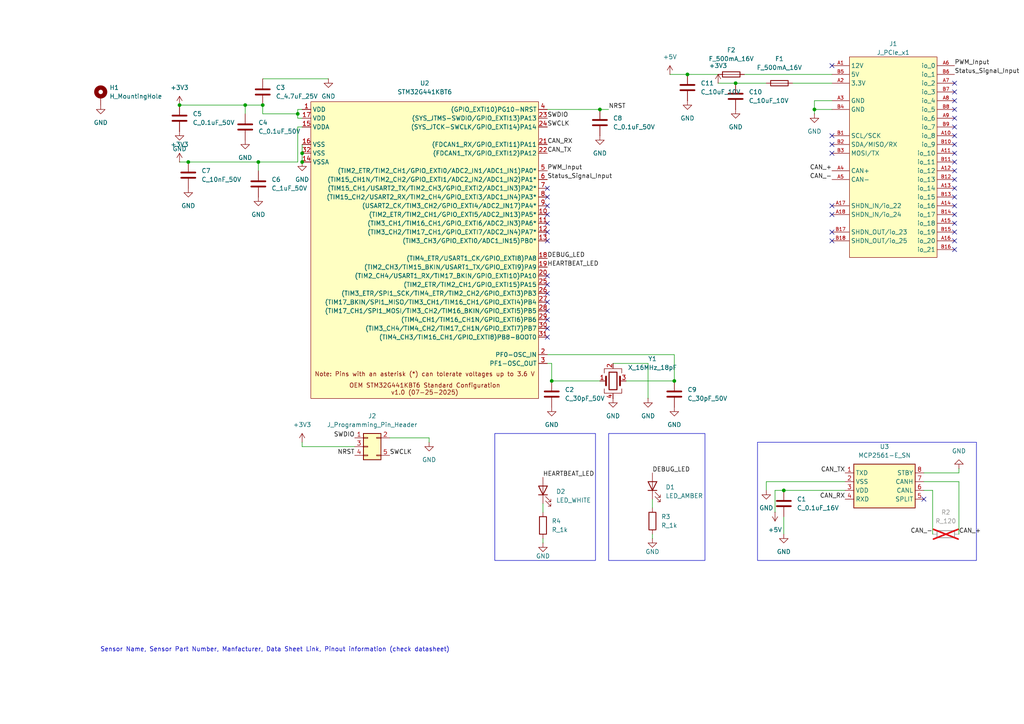
<source format=kicad_sch>
(kicad_sch (version 20250114) (generator "eeschema") (generator_version "9.0")
  (paper "A4")
  (title_block (title "Angle Sensor") (company "Olin Electric Motorsports"))
  (lib_symbols
    (symbol "OEM:C_0.1uF_16V_0603" (pin_numbers (hide yes)) (pin_names (offset 0.254))
      (property "Reference" "C" (at 0.635 2.54 0))
      (property "Value" "C_0.1uF_16V" (at 0.635 -2.54 0))
      (symbol "C_0.1uF_16V_0603_0_1"
        (polyline (pts (xy -2.032 0.762) (xy 2.032 0.762)) (stroke (width 0.508)))
        (polyline (pts (xy -2.032 -0.762) (xy 2.032 -0.762)) (stroke (width 0.508)))
      )
      (symbol "C_0.1uF_16V_0603_1_1"
        (pin passive line (at 0 3.81 270) (length 2.794) (name "~") (number "1"))
        (pin passive line (at 0 -3.81 90) (length 2.794) (name "~") (number "2"))
      )
    )
    (symbol "OEM:C_0.1uF_50V_0603" (pin_numbers (hide yes)) (pin_names (offset 0.254))
      (property "Reference" "C" (at 0.635 2.54 0))
      (property "Value" "C_0.1uF_50V" (at 0.635 -2.54 0))
      (symbol "C_0.1uF_50V_0603_0_1"
        (polyline (pts (xy -2.032 0.762) (xy 2.032 0.762)) (stroke (width 0.508)))
        (polyline (pts (xy -2.032 -0.762) (xy 2.032 -0.762)) (stroke (width 0.508)))
      )
      (symbol "C_0.1uF_50V_0603_1_1"
        (pin passive line (at 0 3.81 270) (length 2.794) (name "~") (number "1"))
        (pin passive line (at 0 -3.81 90) (length 2.794) (name "~") (number "2"))
      )
    )
    (symbol "OEM:C_10nF_50V_0603" (pin_numbers (hide yes)) (pin_names (offset 0.254))
      (property "Reference" "C" (at 0.635 2.54 0))
      (property "Value" "C_10nF_50V" (at 0.635 -2.54 0))
      (symbol "C_10nF_50V_0603_0_1"
        (polyline (pts (xy -2.032 0.762) (xy 2.032 0.762)) (stroke (width 0.508)))
        (polyline (pts (xy -2.032 -0.762) (xy 2.032 -0.762)) (stroke (width 0.508)))
      )
      (symbol "C_10nF_50V_0603_1_1"
        (pin passive line (at 0 3.81 270) (length 2.794) (name "~") (number "1"))
        (pin passive line (at 0 -3.81 90) (length 2.794) (name "~") (number "2"))
      )
    )
    (symbol "OEM:C_10uF_10V_0603" (pin_numbers (hide yes)) (pin_names (offset 0.254))
      (property "Reference" "C" (at 0.635 2.54 0))
      (property "Value" "C_10uF_10V" (at 0.635 -2.54 0))
      (symbol "C_10uF_10V_0603_0_1"
        (polyline (pts (xy -2.032 0.762) (xy 2.032 0.762)) (stroke (width 0.508)))
        (polyline (pts (xy -2.032 -0.762) (xy 2.032 -0.762)) (stroke (width 0.508)))
      )
      (symbol "C_10uF_10V_0603_1_1"
        (pin passive line (at 0 3.81 270) (length 2.794) (name "~") (number "1"))
        (pin passive line (at 0 -3.81 90) (length 2.794) (name "~") (number "2"))
      )
    )
    (symbol "OEM:C_1uF_50V_0603" (pin_numbers (hide yes)) (pin_names (offset 0.254))
      (property "Reference" "C" (at 0.635 2.54 0))
      (property "Value" "C_1uF_50V" (at 0.635 -2.54 0))
      (symbol "C_1uF_50V_0603_0_1"
        (polyline (pts (xy -2.032 0.762) (xy 2.032 0.762)) (stroke (width 0.508)))
        (polyline (pts (xy -2.032 -0.762) (xy 2.032 -0.762)) (stroke (width 0.508)))
      )
      (symbol "C_1uF_50V_0603_1_1"
        (pin passive line (at 0 3.81 270) (length 2.794) (name "~") (number "1"))
        (pin passive line (at 0 -3.81 90) (length 2.794) (name "~") (number "2"))
      )
    )
    (symbol "OEM:C_30pF_50V_0603" (pin_numbers (hide yes)) (pin_names (offset 0.254))
      (property "Reference" "C" (at 0.635 2.54 0))
      (property "Value" "C_30pF_50V" (at 0.635 -2.54 0))
      (symbol "C_30pF_50V_0603_0_1"
        (polyline (pts (xy -2.032 0.762) (xy 2.032 0.762)) (stroke (width 0.508)))
        (polyline (pts (xy -2.032 -0.762) (xy 2.032 -0.762)) (stroke (width 0.508)))
      )
      (symbol "C_30pF_50V_0603_1_1"
        (pin passive line (at 0 3.81 270) (length 2.794) (name "~") (number "1"))
        (pin passive line (at 0 -3.81 90) (length 2.794) (name "~") (number "2"))
      )
    )
    (symbol "OEM:C_4.7uF_25V_0603" (pin_numbers (hide yes)) (pin_names (offset 0.254))
      (property "Reference" "C" (at 0.635 2.54 0))
      (property "Value" "C_4.7uF_25V" (at 0.635 -2.54 0))
      (symbol "C_4.7uF_25V_0603_0_1"
        (polyline (pts (xy -2.032 0.762) (xy 2.032 0.762)) (stroke (width 0.508)))
        (polyline (pts (xy -2.032 -0.762) (xy 2.032 -0.762)) (stroke (width 0.508)))
      )
      (symbol "C_4.7uF_25V_0603_1_1"
        (pin passive line (at 0 3.81 270) (length 2.794) (name "~") (number "1"))
        (pin passive line (at 0 -3.81 90) (length 2.794) (name "~") (number "2"))
      )
    )
    (symbol "OEM:D_LED_White_0805" (pin_numbers (hide yes)) (pin_names (offset 1.016) (hide yes))
      (property "Reference" "D" (at 0 2.54 0))
      (property "Value" "LED" (at 0 -2.54 0))
      (symbol "D_LED_White_0805_0_1"
        (polyline (pts (xy -3.048 -0.762) (xy -4.572 -2.286) (xy -3.81 -2.286) (xy -4.572 -2.286) (xy -4.572 -1.524)))
        (polyline (pts (xy -1.778 -0.762) (xy -3.302 -2.286) (xy -2.54 -2.286) (xy -3.302 -2.286) (xy -3.302 -1.524)))
        (polyline (pts (xy -1.27 0) (xy 1.27 0)))
        (polyline (pts (xy -1.27 -1.27) (xy -1.27 1.27)) (stroke (width 0.254)))
        (polyline (pts (xy 1.27 -1.27) (xy 1.27 1.27) (xy -1.27 0) (xy 1.27 -1.27)) (stroke (width 0.254)))
      )
      (symbol "D_LED_White_0805_1_1"
        (pin passive line (at -3.81 0 0) (length 2.54) (name "K") (number "1"))
        (pin passive line (at 3.81 0 180) (length 2.54) (name "A") (number "2"))
      )
    )
    (symbol "OEM:F_500mA_16V_1210" (pin_numbers (hide yes)) (pin_names (offset 0))
      (property "Reference" "F" (at 2.032 0 90))
      (property "Value" "F_500mA_16V" (at -1.905 0 90))
      (symbol "F_500mA_16V_1210_0_1"
        (rectangle (start -0.762 -2.54) (end 0.762 2.54) (stroke (width 0.254)))
        (polyline (pts (xy 0 2.54) (xy 0 -2.54)))
      )
      (symbol "F_500mA_16V_1210_1_1"
        (pin passive line (at 0 3.81 270) (length 1.27) (name "~") (number "1"))
        (pin passive line (at 0 -3.81 90) (length 1.27) (name "~") (number "2"))
      )
    )
    (symbol "OEM:H_MountingHole" (pin_numbers (hide yes)) (pin_names (offset 1.016) (hide yes)) (in_bom no)
      (property "Reference" "H" (at 0 6.35 0))
      (property "Value" "H_MountingHole" (at 0 4.445 0))
      (symbol "H_MountingHole_0_1"
        (circle (center 0 1.27) (radius 1.27) (stroke (width 1.27)))
      )
      (symbol "H_MountingHole_1_1"
        (pin input line (at 0 -2.54 90) (length 2.54) (name "1") (number "1"))
      )
    )
    (symbol "OEM:J_PCIe_x1"
      (property "Reference" "J" (at 0 30.48 0))
      (property "Value" "J_PCIe_x1" (at 0 27.94 0))
      (symbol "J_PCIe_x1_0_1"
        (circle (center 44.45 -12.954) (radius 0.0001))
      )
      (symbol "J_PCIe_x1_1_1"
        (rectangle (start -12.7 26.67) (end 12.7 -31.496) (fill (type background)))
        (pin bidirectional line (at -17.78 24.13 0) (length 5) (name "12V") (number "A1"))
        (pin bidirectional line (at -17.78 21.59 0) (length 5) (name "5V") (number "B5"))
        (pin bidirectional line (at -17.78 19.05 0) (length 5) (name "3.3V") (number "A2"))
        (pin bidirectional line (at -17.78 13.97 0) (length 5) (name "GND") (number "A3"))
        (pin bidirectional line (at -17.78 11.43 0) (length 5) (name "GND") (number "B4"))
        (pin bidirectional line (at -17.78 3.81 0) (length 5) (name "SCL/SCK") (number "B1"))
        (pin bidirectional line (at -17.78 1.27 0) (length 5) (name "SDA/MISO/RX") (number "B2"))
        (pin bidirectional line (at -17.78 -1.27 0) (length 5) (name "MOSI/TX") (number "B3"))
        (pin bidirectional line (at -17.78 -6.35 0) (length 5) (name "CAN+") (number "A4"))
        (pin bidirectional line (at -17.78 -8.89 0) (length 5) (name "CAN-") (number "A5"))
        (pin bidirectional line (at -17.78 -16.51 0) (length 5) (name "SHDN_IN/io_22") (number "A17"))
        (pin bidirectional line (at -17.78 -19.05 0) (length 5) (name "SHDN_IN/io_24") (number "A18"))
        (pin bidirectional line (at -17.78 -24.13 0) (length 5) (name "SHDN_OUT/io_23") (number "B17"))
        (pin bidirectional line (at -17.78 -26.67 0) (length 5) (name "SHDN_OUT/io_25") (number "B18"))
        (pin bidirectional line (at 17.78 24.13 180) (length 5) (name "io_0") (number "A6"))
        (pin bidirectional line (at 17.78 21.59 180) (length 5) (name "io_1") (number "B6"))
        (pin bidirectional line (at 17.78 19.05 180) (length 5) (name "io_2") (number "A7"))
        (pin bidirectional line (at 17.78 16.51 180) (length 5) (name "io_3") (number "B7"))
        (pin bidirectional line (at 17.78 13.97 180) (length 5) (name "io_4") (number "A8"))
        (pin bidirectional line (at 17.78 11.43 180) (length 5) (name "io_5") (number "B8"))
        (pin bidirectional line (at 17.78 8.89 180) (length 5) (name "io_6") (number "A9"))
        (pin bidirectional line (at 17.78 6.35 180) (length 5) (name "io_7") (number "B9"))
        (pin bidirectional line (at 17.78 3.81 180) (length 5) (name "io_8") (number "A10"))
        (pin bidirectional line (at 17.78 1.27 180) (length 5) (name "io_9") (number "B10"))
        (pin bidirectional line (at 17.78 -1.27 180) (length 5) (name "io_10") (number "A11"))
        (pin bidirectional line (at 17.78 -3.81 180) (length 5) (name "io_11") (number "B11"))
        (pin bidirectional line (at 17.78 -6.35 180) (length 5) (name "io_12") (number "A12"))
        (pin bidirectional line (at 17.78 -8.89 180) (length 5) (name "io_13") (number "B12"))
        (pin bidirectional line (at 17.78 -11.43 180) (length 5) (name "io_14") (number "A13"))
        (pin bidirectional line (at 17.78 -13.97 180) (length 5) (name "io_15") (number "B13"))
        (pin bidirectional line (at 17.78 -16.51 180) (length 5) (name "io_16") (number "A14"))
        (pin bidirectional line (at 17.78 -19.05 180) (length 5) (name "io_17") (number "B14"))
        (pin bidirectional line (at 17.78 -21.59 180) (length 5) (name "io_18") (number "A15"))
        (pin bidirectional line (at 17.78 -24.13 180) (length 5) (name "io_19") (number "B15"))
        (pin bidirectional line (at 17.78 -26.67 180) (length 5) (name "io_20") (number "A16"))
        (pin bidirectional line (at 17.78 -29.21 180) (length 5) (name "io_21") (number "B16"))
      )
    )
    (symbol "OEM:J_Programming_Pin_Header" (pin_names (offset 1.016) (hide yes))
      (property "Reference" "J" (at 1.27 5.08 0))
      (property "Value" "J_Programming_Pin_Header" (at 1.27 -5.08 0))
      (symbol "J_Programming_Pin_Header_1_1"
        (rectangle (start -1.27 3.81) (end 3.81 -3.81) (stroke (width 0.254)) (fill (type background)))
        (rectangle (start -1.27 2.667) (end 0 2.413) (stroke (width 0.1524)))
        (rectangle (start -1.27 0.127) (end 0 -0.127) (stroke (width 0.1524)))
        (rectangle (start -1.27 -2.413) (end 0 -2.667) (stroke (width 0.1524)))
        (rectangle (start 3.81 2.667) (end 2.54 2.413) (stroke (width 0.1524)))
        (rectangle (start 3.81 -2.413) (end 2.54 -2.667) (stroke (width 0.1524)))
        (pin passive line (at -3.81 2.54 0) (length 2.54) (name "Pin_1") (number "1"))
        (pin passive line (at -3.81 0 0) (length 2.54) (name "Pin_3") (number "3"))
        (pin passive line (at -3.81 -2.54 0) (length 2.54) (name "Pin_4") (number "4"))
        (pin passive line (at 6.35 2.54 180) (length 2.54) (name "Pin_2") (number "2"))
        (pin passive line (at 6.35 -2.54 180) (length 2.54) (name "Pin_5") (number "5"))
      )
    )
    (symbol "OEM:R_120_0.1W_0603" (pin_numbers (hide yes)) (pin_names (offset 0))
      (property "Reference" "R" (at 2.032 0 90))
      (property "Value" "R_120" (at 0 0 90))
      (symbol "R_120_0.1W_0603_0_1"
        (rectangle (start -1.016 -2.54) (end 1.016 2.54) (stroke (width 0.254)))
      )
      (symbol "R_120_0.1W_0603_1_1"
        (pin passive line (at 0 3.81 270) (length 1.27) (name "~") (number "1"))
        (pin passive line (at 0 -3.81 90) (length 1.27) (name "~") (number "2"))
      )
    )
    (symbol "OEM:R_1k_0.1W_0603" (pin_numbers (hide yes)) (pin_names (offset 0))
      (property "Reference" "R" (at 2.032 0 90))
      (property "Value" "R_1k" (at 0 0 90))
      (symbol "R_1k_0.1W_0603_0_1"
        (rectangle (start -1.016 -2.54) (end 1.016 2.54) (stroke (width 0.254)))
      )
      (symbol "R_1k_0.1W_0603_1_1"
        (pin passive line (at 0 3.81 270) (length 1.27) (name "~") (number "1"))
        (pin passive line (at 0 -3.81 90) (length 1.27) (name "~") (number "2"))
      )
    )
    (symbol "OEM:U_MCU_STM32G441KBT6_32-LQFP"
      (property "Reference" "U" (at 0 47.244 0))
      (property "Value" "STM32G441KBT6" (at 0 44.704 0))
      (symbol "U_MCU_STM32G441KBT6_32-LQFP_1_1"
        (rectangle (start -33.02 42.8625) (end 33.02 -43.1799) (fill (type color) (color 255 255 194 1)))
        (text "Note: Pins with an asterisk (*) can tolerate voltages up to 3.6 V\n" (at 0 -36.068 0) (effects (font (size 1.27 1.27))))
        (text "OEM STM32G441KBT6 Standard Configuration\nv1.0 (07-25-2025)" (at 0 -40.386 0) (effects (font (size 1.27 1.27))))
        (pin power_in line (at -35.56 40.64 0) (length 2.54) (name "VDD") (number "1"))
        (pin power_in line (at -35.56 38.1 0) (length 2.54) (name "VDD") (number "17"))
        (pin power_in line (at -35.56 35.56 0) (length 2.54) (name "VDDA") (number "15"))
        (pin power_in line (at -35.56 30.48 0) (length 2.54) (name "VSS") (number "16"))
        (pin power_in line (at -35.56 27.94 0) (length 2.54) (name "VSS") (number "32"))
        (pin power_in line (at -35.56 25.4 0) (length 2.54) (name "VSSA") (number "14"))
        (pin bidirectional line (at 35.56 40.64 180) (length 2.54) (name "(GPIO_EXTI10)PG10-NRST") (number "4"))
        (pin bidirectional line (at 35.56 38.1 180) (length 2.54) (name "(SYS_JTMS-SWDIO/GPIO_EXTI13)PA13") (number "23"))
        (pin bidirectional line (at 35.56 35.56 180) (length 2.54) (name "(SYS_JTCK-SWCLK/GPIO_EXTI14)PA14") (number "24"))
        (pin bidirectional line (at 35.56 30.48 180) (length 2.54) (name "(FDCAN1_RX/GPIO_EXTI11)PA11") (number "21"))
        (pin bidirectional line (at 35.56 27.94 180) (length 2.54) (name "(FDCAN1_TX/GPIO_EXTI12)PA12") (number "22"))
        (pin bidirectional line (at 35.56 22.86 180) (length 2.54) (name "(TIM2_ETR/TIM2_CH1/GPIO_EXTI0/ADC2_IN1/ADC1_IN1)PA0*") (number "5"))
        (pin bidirectional line (at 35.56 20.32 180) (length 2.54) (name "(TIM15_CH1N/TIM2_CH2/GPIO_EXTI1/ADC2_IN2/ADC1_IN2)PA1*") (number "6"))
        (pin bidirectional line (at 35.56 17.78 180) (length 2.54) (name "(TIM15_CH1/USART2_TX/TIM2_CH3/GPIO_EXTI2/ADC1_IN3)PA2*") (number "7"))
        (pin bidirectional line (at 35.56 15.24 180) (length 2.54) (name "(TIM15_CH2/USART2_RX/TIM2_CH4/GPIO_EXTI3/ADC1_IN4)PA3*") (number "8"))
        (pin bidirectional line (at 35.56 12.7 180) (length 2.54) (name "(USART2_CK/TIM3_CH2/GPIO_EXTI4/ADC2_IN17)PA4*") (number "9"))
        (pin bidirectional line (at 35.56 10.16 180) (length 2.54) (name "(TIM2_ETR/TIM2_CH1/GPIO_EXTI5/ADC2_IN13)PA5*") (number "10"))
        (pin bidirectional line (at 35.56 7.62 180) (length 2.54) (name "(TIM3_CH1/TIM16_CH1/GPIO_EXTI6/ADC2_IN3)PA6*") (number "11"))
        (pin bidirectional line (at 35.56 5.08 180) (length 2.54) (name "(TIM3_CH2/TIM17_CH1/GPIO_EXTI7/ADC2_IN4)PA7*") (number "12"))
        (pin bidirectional line (at 35.56 2.54 180) (length 2.54) (name "(TIM3_CH3/GPIO_EXTI0/ADC1_IN15)PB0*") (number "13"))
        (pin bidirectional line (at 35.56 -2.54 180) (length 2.54) (name "(TIM4_ETR/USART1_CK/GPIO_EXTI8)PA8") (number "18"))
        (pin bidirectional line (at 35.56 -5.08 180) (length 2.54) (name "(TIM2_CH3/TIM15_BKIN/USART1_TX/GPIO_EXTI9)PA9") (number "19"))
        (pin bidirectional line (at 35.56 -7.62 180) (length 2.54) (name "(TIM2_CH4/USART1_RX/TIM17_BKIN/GPIO_EXTI10)PA10") (number "20"))
        (pin bidirectional line (at 35.56 -10.16 180) (length 2.54) (name "(TIM2_ETR/TIM2_CH1/GPIO_EXTI15)PA15") (number "25"))
        (pin bidirectional line (at 35.56 -12.7 180) (length 2.54) (name "(TIM3_ETR/SPI1_SCK/TIM4_ETR/TIM2_CH2/GPIO_EXTI3)PB3") (number "26"))
        (pin bidirectional line (at 35.56 -15.24 180) (length 2.54) (name "(TIM17_BKIN/SPI1_MISO/TIM3_CH1/TIM16_CH1/GPIO_EXTI4)PB4") (number "27"))
        (pin bidirectional line (at 35.56 -17.78 180) (length 2.54) (name "(TIM17_CH1/SPI1_MOSI/TIM3_CH2/TIM16_BKIN/GPIO_EXTI5)PB5") (number "28"))
        (pin bidirectional line (at 35.56 -20.32 180) (length 2.54) (name "(TIM4_CH1/TIM16_CH1N/GPIO_EXTI6)PB6") (number "29"))
        (pin bidirectional line (at 35.56 -22.86 180) (length 2.54) (name "(TIM3_CH4/TIM4_CH2/TIM17_CH1N/GPIO_EXTI7)PB7") (number "30"))
        (pin bidirectional line (at 35.56 -25.4 180) (length 2.54) (name "(TIM4_CH3/TIM16_CH1/GPIO_EXTI8)PB8-BOOT0") (number "31"))
        (pin bidirectional line (at 35.56 -30.48 180) (length 2.54) (name "PF0-OSC_IN") (number "2"))
        (pin bidirectional line (at 35.56 -33.02 180) (length 2.54) (name "PF1-OSC_OUT") (number "3"))
      )
    )
    (symbol "OEM:X_16MHz_18pF_SMD" (pin_names (offset 1.016) (hide yes))
      (property "Reference" "Y" (at 3.175 5.08 0))
      (property "Value" "X_16MHz_18pF" (at 3.175 3.175 0))
      (symbol "X_16MHz_18pF_SMD_0_1"
        (polyline (pts (xy -2.54 2.286) (xy -2.54 3.556) (xy 2.54 3.556) (xy 2.54 2.286)))
        (polyline (pts (xy -2.54 0) (xy -2.032 0)))
        (polyline (pts (xy -2.54 -2.286) (xy -2.54 -3.556) (xy 2.54 -3.556) (xy 2.54 -2.286)))
        (polyline (pts (xy -2.032 -1.27) (xy -2.032 1.27)) (stroke (width 0.508)))
        (rectangle (start -1.143 2.54) (end 1.143 -2.54) (stroke (width 0.3048)))
        (polyline (pts (xy 0 3.556) (xy 0 3.81)))
        (polyline (pts (xy 0 -3.81) (xy 0 -3.556)))
        (polyline (pts (xy 2.032 0) (xy 2.54 0)))
        (polyline (pts (xy 2.032 -1.27) (xy 2.032 1.27)) (stroke (width 0.508)))
      )
      (symbol "X_16MHz_18pF_SMD_1_1"
        (pin passive line (at -3.81 0 0) (length 1.27) (name "1") (number "1"))
        (pin passive line (at 0 5.08 270) (length 1.27) (name "2") (number "2"))
        (pin passive line (at 0 -5.08 90) (length 1.27) (name "4") (number "4"))
        (pin passive line (at 3.81 0 180) (length 1.27) (name "3") (number "3"))
      )
    )
    (symbol "U_CAN-Transceiver_MCP2561-E_SN_SOIC-8_1"
      (property "Reference" "U" (at 10.16 11.43 0))
      (property "Value" "MCP2561-E_SN" (at 10.16 8.89 0))
      (symbol "U_CAN-Transceiver_MCP2561-E_SN_SOIC-8_1_1_1"
        (rectangle (start -8.89 6.35) (end 8.89 -6.35) (stroke (width 0.254)) (fill (type background)))
        (pin passive line (at -11.43 3.81 0) (length 2.54) (name "TXD") (number "1"))
        (pin passive line (at -11.43 1.27 0) (length 2.54) (name "VSS") (number "2"))
        (pin passive line (at -11.43 -1.27 0) (length 2.54) (name "VDD") (number "3"))
        (pin passive line (at -11.43 -3.81 0) (length 2.54) (name "RXD") (number "4"))
        (pin passive line (at 11.43 3.81 180) (length 2.54) (name "STBY") (number "8"))
        (pin passive line (at 11.43 1.27 180) (length 2.54) (name "CANH") (number "7"))
        (pin passive line (at 11.43 -1.27 180) (length 2.54) (name "CANL") (number "6"))
        (pin passive line (at 11.43 -3.81 180) (length 2.54) (name "SPLIT") (number "5"))
      )
    )
    (symbol "power:+3V3" (power) (pin_numbers (hide yes)) (pin_names (offset 0) (hide yes))
      (property "Value" "+3V3" (at 0 3.556 0))
      (symbol "+3V3_0_1"
        (polyline (pts (xy -0.762 1.27) (xy 0 2.54)))
        (polyline (pts (xy 0 2.54) (xy 0.762 1.27)))
        (polyline (pts (xy 0 0) (xy 0 2.54)))
      )
      (symbol "+3V3_1_1"
        (pin power_in line (at 0 0 90) (length 0) (name "~") (number "1"))
      )
    )
    (symbol "power:+5V" (power) (pin_numbers (hide yes)) (pin_names (offset 0) (hide yes))
      (property "Value" "+5V" (at 0 3.556 0))
      (symbol "+5V_0_1"
        (polyline (pts (xy -0.762 1.27) (xy 0 2.54)))
        (polyline (pts (xy 0 2.54) (xy 0.762 1.27)))
        (polyline (pts (xy 0 0) (xy 0 2.54)))
      )
      (symbol "+5V_1_1"
        (pin power_in line (at 0 0 90) (length 0) (name "~") (number "1"))
      )
    )
    (symbol "power:GND" (power) (pin_numbers (hide yes)) (pin_names (offset 0) (hide yes))
      (property "Value" "GND" (at 0 -3.81 0))
      (symbol "GND_0_1"
        (polyline (pts (xy 0 0) (xy 0 -1.27) (xy 1.27 -1.27) (xy 0 -2.54) (xy -1.27 -1.27) (xy 0 -1.27)))
      )
      (symbol "GND_1_1"
        (pin power_in line (at 0 0 270) (length 0) (name "~") (number "1"))
      )
    )
  )
  (rectangle (start 176.53 125.73) (end 204.47 162.56))
  (rectangle (start 219.71 128.27) (end 283.21 162.56))
  (rectangle (start 143.51 125.73) (end 172.72 162.56))
  (text "Sensor Name, Sensor Part Number, Manfacturer, Data Sheet Link, Pinout information (check datasheet)" (at 79.756 188.468 0) (effects (font (size 1.27 1.27))))
  (junction (at 54.61 46.99))
  (junction (at 227.33 142.24))
  (junction (at 199.39 21.59))
  (junction (at 236.22 31.75))
  (junction (at 87.63 44.45))
  (junction (at 52.07 30.48))
  (junction (at 213.36 24.13))
  (junction (at 76.2 30.48))
  (junction (at 160.02 110.49))
  (junction (at 195.58 110.49))
  (junction (at 71.12 30.48))
  (junction (at 74.93 46.99))
  (junction (at 87.63 46.99))
  (junction (at 173.99 31.75))
  (junction (at 86.36 33.02))
  (no_connect (at 241.3 59.69))
  (no_connect (at 276.86 52.07))
  (no_connect (at 276.86 26.67))
  (no_connect (at 158.75 69.85))
  (no_connect (at 241.3 44.45))
  (no_connect (at 276.86 54.61))
  (no_connect (at 158.75 85.09))
  (no_connect (at 241.3 41.91))
  (no_connect (at 276.86 59.69))
  (no_connect (at 241.3 69.85))
  (no_connect (at 267.97 144.78))
  (no_connect (at 276.86 31.75))
  (no_connect (at 241.3 19.05))
  (no_connect (at 276.86 36.83))
  (no_connect (at 158.75 67.31))
  (no_connect (at 158.75 62.23))
  (no_connect (at 276.86 57.15))
  (no_connect (at 158.75 97.79))
  (no_connect (at 158.75 54.61))
  (no_connect (at 276.86 34.29))
  (no_connect (at 241.3 62.23))
  (no_connect (at 158.75 57.15))
  (no_connect (at 241.3 67.31))
  (no_connect (at 241.3 39.37))
  (no_connect (at 158.75 90.17))
  (no_connect (at 276.86 49.53))
  (no_connect (at 276.86 72.39))
  (no_connect (at 276.86 39.37))
  (no_connect (at 276.86 62.23))
  (no_connect (at 276.86 29.21))
  (no_connect (at 276.86 64.77))
  (no_connect (at 158.75 59.69))
  (no_connect (at 158.75 80.01))
  (no_connect (at 158.75 82.55))
  (no_connect (at 158.75 92.71))
  (no_connect (at 158.75 95.25))
  (no_connect (at 276.86 44.45))
  (no_connect (at 276.86 46.99))
  (no_connect (at 276.86 69.85))
  (no_connect (at 158.75 64.77))
  (no_connect (at 276.86 67.31))
  (no_connect (at 276.86 24.13))
  (no_connect (at 276.86 41.91))
  (no_connect (at 158.75 87.63))
  (wire (pts (xy 157.48 156.21) (xy 157.48 157.48)))
  (wire (pts (xy 187.96 105.41) (xy 177.8 105.41)))
  (wire (pts (xy 86.36 46.99) (xy 74.93 46.99)))
  (wire (pts (xy 87.63 44.45) (xy 87.63 46.99)))
  (wire (pts (xy 86.36 36.83) (xy 86.36 46.99)))
  (wire (pts (xy 236.22 29.21) (xy 236.22 31.75)))
  (wire (pts (xy 76.2 33.02) (xy 86.36 33.02)))
  (wire (pts (xy 236.22 31.75) (xy 236.22 33.02)))
  (wire (pts (xy 229.87 24.13) (xy 241.3 24.13)))
  (wire (pts (xy 102.87 129.54) (xy 87.63 129.54)))
  (wire (pts (xy 227.33 149.86) (xy 227.33 154.94)))
  (wire (pts (xy 213.36 24.13) (xy 222.25 24.13)))
  (wire (pts (xy 160.02 105.41) (xy 160.02 110.49)))
  (wire (pts (xy 278.13 139.7) (xy 278.13 154.94)))
  (wire (pts (xy 52.07 46.99) (xy 54.61 46.99)))
  (wire (pts (xy 267.97 142.24) (xy 270.51 142.24)))
  (wire (pts (xy 189.23 154.94) (xy 189.23 156.21)))
  (wire (pts (xy 71.12 30.48) (xy 76.2 30.48)))
  (wire (pts (xy 160.02 110.49) (xy 173.99 110.49)))
  (wire (pts (xy 86.36 33.02) (xy 86.36 31.75)))
  (wire (pts (xy 222.25 142.24) (xy 222.25 139.7)))
  (wire (pts (xy 71.12 33.02) (xy 71.12 30.48)))
  (wire (pts (xy 236.22 31.75) (xy 241.3 31.75)))
  (wire (pts (xy 158.75 31.75) (xy 173.99 31.75)))
  (wire (pts (xy 113.03 127) (xy 124.46 127)))
  (wire (pts (xy 181.61 110.49) (xy 195.58 110.49)))
  (wire (pts (xy 158.75 105.41) (xy 160.02 105.41)))
  (wire (pts (xy 52.07 30.48) (xy 71.12 30.48)))
  (wire (pts (xy 278.13 137.16) (xy 278.13 135.89)))
  (wire (pts (xy 87.63 41.91) (xy 87.63 44.45)))
  (wire (pts (xy 195.58 102.87) (xy 195.58 110.49)))
  (wire (pts (xy 76.2 30.48) (xy 76.2 33.02)))
  (wire (pts (xy 270.51 154.94) (xy 270.51 142.24)))
  (wire (pts (xy 194.31 21.59) (xy 199.39 21.59)))
  (wire (pts (xy 124.46 127) (xy 124.46 128.27)))
  (wire (pts (xy 224.79 148.59) (xy 224.79 142.24)))
  (wire (pts (xy 267.97 137.16) (xy 278.13 137.16)))
  (wire (pts (xy 236.22 29.21) (xy 241.3 29.21)))
  (wire (pts (xy 158.75 102.87) (xy 195.58 102.87)))
  (wire (pts (xy 278.13 139.7) (xy 267.97 139.7)))
  (wire (pts (xy 189.23 144.78) (xy 189.23 147.32)))
  (wire (pts (xy 87.63 36.83) (xy 86.36 36.83)))
  (wire (pts (xy 86.36 34.29) (xy 87.63 34.29)))
  (wire (pts (xy 215.9 21.59) (xy 241.3 21.59)))
  (wire (pts (xy 86.36 33.02) (xy 86.36 34.29)))
  (wire (pts (xy 54.61 46.99) (xy 74.93 46.99)))
  (wire (pts (xy 187.96 115.57) (xy 187.96 105.41)))
  (wire (pts (xy 199.39 21.59) (xy 208.28 21.59)))
  (wire (pts (xy 173.99 31.75) (xy 176.53 31.75)))
  (wire (pts (xy 208.28 24.13) (xy 213.36 24.13)))
  (wire (pts (xy 157.48 146.05) (xy 157.48 148.59)))
  (wire (pts (xy 224.79 142.24) (xy 227.33 142.24)))
  (wire (pts (xy 87.63 129.54) (xy 87.63 128.27)))
  (wire (pts (xy 74.93 49.53) (xy 74.93 46.99)))
  (wire (pts (xy 95.25 22.86) (xy 76.2 22.86)))
  (wire (pts (xy 222.25 139.7) (xy 245.11 139.7)))
  (wire (pts (xy 86.36 31.75) (xy 87.63 31.75)))
  (wire (pts (xy 227.33 142.24) (xy 245.11 142.24)))
  (label "NRST" (at 176.53 31.75 0))
  (label "Status_Signal_Input" (at 158.75 52.07 0))
  (label "HEARTBEAT_LED" (at 158.75 77.47 0))
  (label "SWCLK" (at 113.03 132.08 0))
  (label "CAN_TX" (at 158.75 44.45 0))
  (label "CAN_-" (at 241.3 52.07 180))
  (label "SWCLK" (at 158.75 36.83 0))
  (label "SWDIO" (at 102.87 127 180))
  (label "SWDIO" (at 158.75 34.29 0))
  (label "PWM_Input" (at 276.86 19.05 0))
  (label "CAN_+" (at 241.3 49.53 180))
  (label "CAN_RX" (at 158.75 41.91 0))
  (label "DEBUG_LED" (at 189.23 137.16 0))
  (label "NRST" (at 102.87 132.08 180))
  (label "Status_Signal_Input" (at 276.86 21.59 0))
  (label "DEBUG_LED" (at 158.75 74.93 0))
  (label "HEARTBEAT_LED" (at 157.48 138.43 0))
  (label "CAN_TX" (at 245.11 137.16 180))
  (label "CAN_RX" (at 245.11 144.78 180))
  (label "CAN_-" (at 270.51 154.94 180))
  (label "CAN_+" (at 278.13 154.94 0))
  (label "PWM_Input" (at 158.75 49.53 0))
  (symbol (lib_id "power:GND") (at 227.33 154.94 0) (unit 1)
    (property "Reference" "#PWR?" (effects (hide yes)))
    (property "Value" "GND" (at 227.33 160.02 0))
    (property "Description" "Power symbol creates a global label with name \"GND\" , ground" (effects (hide yes)))
  )
  (symbol (lib_id "power:GND") (at 71.12 40.64 0) (unit 1)
    (property "Reference" "#PWR?" (effects (hide yes)))
    (property "Value" "GND" (at 71.12 45.72 0))
    (property "Description" "Power symbol creates a global label with name \"GND\" , ground" (effects (hide yes)))
  )
  (symbol (lib_id "OEM:C_10nF_50V_0603") (at 54.61 50.8 0) (unit 1)
    (property "Reference" "C7" (at 58.42 49.5299 0) (effects (justify left)))
    (property "Value" "C_10nF_50V" (at 58.42 52.0699 0) (effects (justify left)))
    (property "Footprint" "OEM:C_0603_1608Metric" (effects (hide yes)))
    (property "Datasheet" "https://mm.digikey.com/Volume0/opasdata/d220001/medias/docus/609/CL10B103KB8NNNC_Spec.pdf" (effects (hide yes)))
    (property "Description" "CAP CER 10000PF 50V X7R 0603" (effects (hide yes)))
    (property "MPN" "CL10B103KB8NNNC" (effects (hide yes)))
  )
  (symbol (lib_id "power:GND") (at 187.96 115.57 0) (unit 1)
    (property "Reference" "#PWR?" (effects (hide yes)))
    (property "Value" "GND" (at 187.96 120.65 0))
    (property "Description" "Power symbol creates a global label with name \"GND\" , ground" (effects (hide yes)))
  )
  (symbol (lib_id "power:GND") (at 124.46 128.27 0) (unit 1)
    (property "Reference" "#PWR?" (effects (hide yes)))
    (property "Value" "GND" (at 124.46 133.35 0))
    (property "Description" "Power symbol creates a global label with name \"GND\" , ground" (effects (hide yes)))
  )
  (symbol (lib_id "power:GND") (at 52.07 38.1 0) (unit 1)
    (property "Reference" "#PWR?" (effects (hide yes)))
    (property "Value" "GND" (at 52.07 43.18 0))
    (property "Description" "Power symbol creates a global label with name \"GND\" , ground" (effects (hide yes)))
  )
  (symbol (lib_id "power:GND") (at 95.25 22.86 0) (unit 1)
    (property "Reference" "#PWR?" (effects (hide yes)))
    (property "Value" "GND" (at 95.25 27.94 0))
    (property "Description" "Power symbol creates a global label with name \"GND\" , ground" (effects (hide yes)))
  )
  (symbol (lib_id "power:GND") (at 54.61 54.61 0) (unit 1)
    (property "Reference" "#PWR?" (effects (hide yes)))
    (property "Value" "GND" (at 54.61 59.69 0))
    (property "Description" "Power symbol creates a global label with name \"GND\" , ground" (effects (hide yes)))
  )
  (symbol (lib_id "OEM:R_1k_0.1W_0603") (at 189.23 151.13 0) (unit 1)
    (property "Reference" "R3" (at 191.77 149.8599 0) (effects (justify left)))
    (property "Value" "R_1k" (at 191.77 152.3999 0) (effects (justify left)))
    (property "Footprint" "OEM:R_0603_1608Metric" (effects (hide yes)))
    (property "Datasheet" "https://www.mouser.com/datasheet/3/1099/1/SEI-RMCF_RMCP.pdf (or https://industrial.panasonic.com/ww/products/pt/general-purpose-chip-resistors/models/ERJ3GEYJ102V)" (effects (hide yes)))
    (property "Description" "RES SMD 1K OHM 5% 1/10W 0603" (effects (hide yes)))
    (property "MPN" "RMCF0603FT1K00 (or ERJ-3GEYJ102V)" (effects (hide yes)))
  )
  (symbol (lib_id "OEM:C_0.1uF_50V_0603") (at 52.07 34.29 0) (unit 1)
    (property "Reference" "C5" (at 55.88 33.0199 0) (effects (justify left)))
    (property "Value" "C_0.1uF_50V" (at 55.88 35.5599 0) (effects (justify left)))
    (property "Footprint" "OEM:C_0603_1608Metric" (effects (hide yes)))
    (property "Datasheet" "https://mm.digikey.com/Volume0/opasdata/d220001/medias/docus/658/CL10B104KB8NNWC_Spec.pdf" (effects (hide yes)))
    (property "Description" "CAP CER 0.1UF 50V X7R 0603" (effects (hide yes)))
    (property "MPN" "CL10B104KB8NNWC" (effects (hide yes)))
  )
  (symbol (lib_id "OEM:U_MCU_STM32G441KBT6_32-LQFP") (at 123.19 72.39 0) (unit 1)
    (property "Reference" "U2" (at 123.19 24.13 0))
    (property "Value" "STM32G441KBT6" (at 123.19 26.67 0))
    (property "Footprint" "OEM:LQFP-32_7x7mm_P0.8mm" (effects (hide yes)))
    (property "Datasheet" "https://www.st.com/resource/en/datasheet/stm32g441kb.pdf" (effects (hide yes)))
    (property "Description" "OEM STM32G441KBT6 Standard Configuration - v1.0 (07-25-2025)" (effects (hide yes)))
  )
  (symbol (lib_id "OEM:C_0.1uF_16V_0603") (at 227.33 146.05 0) (unit 1)
    (property "Reference" "C1" (at 231.14 144.7799 0) (effects (justify left)))
    (property "Value" "C_0.1uF_16V" (at 231.14 147.3199 0) (effects (justify left)))
    (property "Footprint" "OEM:C_0603_1608Metric" (effects (hide yes)))
    (property "Datasheet" "https://www.mouser.com/datasheet/3/72/1/KEM_C1005_Y5V_SMD.pdf" (effects (hide yes)))
    (property "Description" "CAP CER 0.1UF 16V Y5V 0603" (effects (hide yes)))
    (property "MPN" "C0603C104Z4VACTU" (effects (hide yes)))
  )
  (symbol (lib_id "OEM:X_16MHz_18pF_SMD") (at 177.8 110.49 0) (unit 1)
    (property "Reference" "Y1" (at 189.23 104.0698 0))
    (property "Value" "X_16MHz_18pF" (at 189.23 106.6098 0))
    (property "Footprint" "OEM:FA238160000MBC0 (X_16MHz_18pF_SMD - FA-238_16.0000MB-C0)" (effects (hide yes)))
    (property "Datasheet" "https://www.mouser.com/datasheet/3/97/1/FA-238_en.pdf" (effects (hide yes)))
    (property "Description" "CRYSTAL 16.0000MHZ 18PF SMD" (effects (hide yes)))
    (property "MPN" "FA-238 16.0000MB-C0" (effects (hide yes)))
  )
  (symbol (lib_id "power:GND") (at 74.93 57.15 0) (unit 1)
    (property "Reference" "#PWR?" (effects (hide yes)))
    (property "Value" "GND" (at 74.93 62.23 0))
    (property "Description" "Power symbol creates a global label with name \"GND\" , ground" (effects (hide yes)))
  )
  (symbol (lib_id "power:GND") (at 157.48 157.48 0) (unit 1)
    (property "Reference" "#PWR?" (effects (hide yes)))
    (property "Value" "GND" (at 157.48 161.29 0))
  )
  (symbol (lib_id "power:GND") (at 177.8 115.57 0) (unit 1)
    (property "Reference" "#PWR?" (effects (hide yes)))
    (property "Value" "GND" (at 177.8 120.65 0))
    (property "Description" "Power symbol creates a global label with name \"GND\" , ground" (effects (hide yes)))
  )
  (symbol (lib_id "OEM:C_1uF_50V_0603") (at 74.93 53.34 0) (unit 1)
    (property "Reference" "C6" (at 78.74 52.0699 0) (effects (justify left)))
    (property "Value" "C_1uF_50V" (at 78.74 54.6099 0) (effects (justify left)))
    (property "Footprint" "OEM:C_0603_1608Metric" (effects (hide yes)))
    (property "Datasheet" "https://mm.digikey.com/Volume0/opasdata/d220001/medias/docus/4819/UMK107BJ105KA-T_SS.pdf" (effects (hide yes)))
    (property "Description" "CAP CER 1UF 50V X5R 0603" (effects (hide yes)))
    (property "MPN" "UMK107BJ105KA-T" (effects (hide yes)))
  )
  (symbol (lib_id "OEM:C_30pF_50V_0603") (at 160.02 114.3 0) (unit 1)
    (property "Reference" "C2" (at 163.83 113.0299 0) (effects (justify left)))
    (property "Value" "C_30pF_50V" (at 163.83 115.5699 0) (effects (justify left)))
    (property "Footprint" "OEM:C_0603_1608Metric" (effects (hide yes)))
    (property "Datasheet" "https://www.mouser.com/datasheet/3/1099/1/SEI-CML.PDF" (effects (hide yes)))
    (property "Description" "CAP CER 30PF 50V C0G/NP0 0603" (effects (hide yes)))
    (property "MPN" "CML0603C0G300JT50V" (effects (hide yes)))
  )
  (symbol (lib_id "OEM:R_120_0.1W_0603") (at 274.32 154.94 90) (unit 1) (dnp yes)
    (property "Reference" "R2" (at 274.32 148.59 90))
    (property "Value" "R_120" (at 274.32 151.13 90))
    (property "Footprint" "OEM:R_0603_1608Metric" (effects (hide yes)))
    (property "Datasheet" "https://www.mouser.com/datasheet/3/508/1/PYu-RC_Group_51_RoHS_L_12.pdf" (effects (hide yes)))
    (property "Description" "RES 120 OHM 1% 1/10W 0603" (effects (hide yes)))
    (property "MPN" "RC0603FR-13120RL" (effects (hide yes)))
  )
  (symbol (lib_id "power:GND") (at 199.39 29.21 0) (unit 1)
    (property "Reference" "#PWR?" (effects (hide yes)))
    (property "Value" "GND" (at 199.39 34.29 0))
    (property "Description" "Power symbol creates a global label with name \"GND\" , ground" (effects (hide yes)))
  )
  (symbol (lib_id "OEM:C_0.1uF_50V_0603") (at 173.99 35.56 0) (unit 1)
    (property "Reference" "C8" (at 177.8 34.2899 0) (effects (justify left)))
    (property "Value" "C_0.1uF_50V" (at 177.8 36.8299 0) (effects (justify left)))
    (property "Footprint" "OEM:C_0603_1608Metric" (effects (hide yes)))
    (property "Datasheet" "https://mm.digikey.com/Volume0/opasdata/d220001/medias/docus/658/CL10B104KB8NNWC_Spec.pdf" (effects (hide yes)))
    (property "Description" "CAP CER 0.1UF 50V X7R 0603" (effects (hide yes)))
    (property "MPN" "CL10B104KB8NNWC" (effects (hide yes)))
  )
  (symbol (lib_id "OEM:H_MountingHole") (at 29.21 27.94 0) (unit 1) (in_bom no)
    (property "Reference" "H1" (at 31.75 25.3999 0) (effects (justify left)))
    (property "Value" "H_MountingHole" (at 31.75 27.9399 0) (effects (justify left)))
    (property "Footprint" "OEM:H_MountingHole" (effects (hide yes)))
    (property "Description" "Mounting Hole with connection" (effects (hide yes)))
  )
  (symbol (lib_id "OEM:F_500mA_16V_1210") (at 226.06 24.13 90) (unit 1)
    (property "Reference" "F1" (at 226.06 17.78 90) (effects (justify top)))
    (property "Value" "F_500mA_16V" (at 226.06 20.32 90) (effects (justify top)))
    (property "Footprint" "OEM:Fuse_1210_3225Metric" (effects (hide yes)))
    (property "Datasheet" "https://www.mouser.com/datasheet/3/191/1/ds-cp-0zch-series.pdf" (effects (hide yes)))
    (property "Description" "PTC RESET FUSE 16V 500MA 1210" (effects (hide yes)))
    (property "MPN" "0ZCH0050FF2G" (effects (hide yes)))
  )
  (symbol (lib_id "power:GND") (at 87.63 46.99 0) (unit 1)
    (property "Reference" "#PWR?" (effects (hide yes)))
    (property "Value" "GND" (at 87.63 52.07 0))
    (property "Description" "Power symbol creates a global label with name \"GND\" , ground" (effects (hide yes)))
  )
  (symbol (lib_id "OEM:C_0.1uF_50V_0603") (at 71.12 36.83 0) (unit 1)
    (property "Reference" "C4" (at 74.93 35.5599 0) (effects (justify left)))
    (property "Value" "C_0.1uF_50V" (at 74.93 38.0999 0) (effects (justify left)))
    (property "Footprint" "OEM:C_0603_1608Metric" (effects (hide yes)))
    (property "Datasheet" "https://mm.digikey.com/Volume0/opasdata/d220001/medias/docus/658/CL10B104KB8NNWC_Spec.pdf" (effects (hide yes)))
    (property "Description" "CAP CER 0.1UF 50V X7R 0603" (effects (hide yes)))
    (property "MPN" "CL10B104KB8NNWC" (effects (hide yes)))
  )
  (symbol (lib_id "OEM:C_10uF_10V_0603") (at 213.36 27.94 0) (unit 1)
    (property "Reference" "C10" (at 217.17 26.6699 0) (effects (justify left)))
    (property "Value" "C_10uF_10V" (at 217.17 29.2099 0) (effects (justify left)))
    (property "Footprint" "OEM:C_0603_1608Metric" (effects (hide yes)))
    (property "Datasheet" "https://search.murata.co.jp/Ceramy/image/img/A01X/G101/ENG/GRM188D71A106KA73-01.pdf" (effects (hide yes)))
    (property "Description" "CAP CER 10UF 10V X7T 0603" (effects (hide yes)))
    (property "MPN" "GRM188D71A106KA73D" (effects (hide yes)))
  )
  (symbol (lib_id "power:+3V3") (at 52.07 46.99 0) (unit 1)
    (property "Reference" "#PWR?" (effects (hide yes)))
    (property "Value" "+3V3" (at 52.07 41.91 0))
    (property "Description" "Power symbol creates a global label with name \"+3V3\"" (effects (hide yes)))
  )
  (symbol (lib_id "OEM:D_LED_White_0805") (at 157.48 142.24 90) (unit 1)
    (property "Reference" "D2" (at 161.29 142.5574 90) (effects (justify right)))
    (property "Value" "LED_WHITE" (at 161.29 145.0974 90) (effects (justify right)))
    (property "Footprint" "OEM:D_0805_2012Metric" (effects (hide yes)))
    (property "Datasheet" "https://www.qt-brightek.com/datasheet/QBLP631_series.pdf" (effects (hide yes)))
    (property "Description" "LED WHITE DIFFUSED 0805 SMD" (effects (hide yes)))
    (property "Sim.Pins" "1=K 2=A" (effects (hide yes)))
    (property "MPN" "QBLP631-IW" (effects (hide yes)))
  )
  (symbol (lib_id "power:+5V") (at 224.79 148.59 180) (unit 1)
    (property "Reference" "#PWR?" (effects (hide yes)))
    (property "Value" "+5V" (at 224.79 153.67 0))
    (property "Description" "Power symbol creates a global label with name \"+5V\"" (effects (hide yes)))
  )
  (symbol (lib_id "OEM:C_30pF_50V_0603") (at 195.58 114.3 0) (unit 1)
    (property "Reference" "C9" (at 199.39 113.0299 0) (effects (justify left)))
    (property "Value" "C_30pF_50V" (at 199.39 115.5699 0) (effects (justify left)))
    (property "Footprint" "OEM:C_0603_1608Metric" (effects (hide yes)))
    (property "Datasheet" "https://www.mouser.com/datasheet/3/1099/1/SEI-CML.PDF" (effects (hide yes)))
    (property "Description" "CAP CER 30PF 50V C0G/NP0 0603" (effects (hide yes)))
    (property "MPN" "CML0603C0G300JT50V" (effects (hide yes)))
  )
  (symbol (lib_id "power:+5V") (at 194.31 21.59 0) (unit 1)
    (property "Reference" "#PWR?" (effects (hide yes)))
    (property "Value" "+5V" (at 194.31 16.51 0))
    (property "Description" "Power symbol creates a global label with name \"+5V\"" (effects (hide yes)))
  )
  (symbol (lib_id "OEM:J_Programming_Pin_Header") (at 106.68 129.54 0) (unit 1)
    (property "Reference" "J2" (at 107.95 120.65 0))
    (property "Value" "J_Programming_Pin_Header" (at 107.95 123.19 0))
    (property "Footprint" "OEM:J_Programming_Pin_Header_Keyed" (effects (hide yes)))
    (property "Description" "Programming Pin Header for the STM32G441KBT6 and STM32G474RExx Chips (OEM Standard Configuration v1.0)" (effects (hide yes)))
  )
  (symbol (lib_id "power:GND") (at 189.23 156.21 0) (unit 1)
    (property "Reference" "#PWR?" (effects (hide yes)))
    (property "Value" "GND" (at 189.23 160.02 0))
  )
  (symbol (lib_id "power:GND") (at 278.13 135.89 180) (unit 1)
    (property "Reference" "#PWR?" (effects (hide yes)))
    (property "Value" "GND" (at 278.13 130.81 0))
    (property "Description" "Power symbol creates a global label with name \"GND\" , ground" (effects (hide yes)))
  )
  (symbol (lib_id "OEM:R_1k_0.1W_0603") (at 157.48 152.4 0) (unit 1)
    (property "Reference" "R4" (at 160.02 151.1299 0) (effects (justify left)))
    (property "Value" "R_1k" (at 160.02 153.6699 0) (effects (justify left)))
    (property "Footprint" "OEM:R_0603_1608Metric" (effects (hide yes)))
    (property "Datasheet" "https://www.mouser.com/datasheet/3/1099/1/SEI-RMCF_RMCP.pdf (or https://industrial.panasonic.com/ww/products/pt/general-purpose-chip-resistors/models/ERJ3GEYJ102V)" (effects (hide yes)))
    (property "Description" "RES SMD 1K OHM 5% 1/10W 0603" (effects (hide yes)))
    (property "MPN" "RMCF0603FT1K00 (or ERJ-3GEYJ102V)" (effects (hide yes)))
  )
  (symbol (lib_id "OEM:C_4.7uF_25V_0603") (at 76.2 26.67 180) (unit 1)
    (property "Reference" "C3" (at 80.01 25.3999 0) (effects (justify right)))
    (property "Value" "C_4.7uF_25V" (at 80.01 27.9399 0) (effects (justify right)))
    (property "Footprint" "OEM:C_0603_1608Metric" (effects (hide yes)))
    (property "Datasheet" "https://www.mouser.com/catalog/specsheets/mure-s-a0004413631-1.pdf" (effects (hide yes)))
    (property "Description" "CAP CER 4.7UF 25V X5R 0603" (effects (hide yes)))
    (property "MPN" "GRT188R61E475ME13D" (effects (hide yes)))
  )
  (symbol (lib_id "power:GND") (at 195.58 118.11 0) (unit 1)
    (property "Reference" "#PWR?" (effects (hide yes)))
    (property "Value" "GND" (at 195.58 123.19 0))
    (property "Description" "Power symbol creates a global label with name \"GND\" , ground" (effects (hide yes)))
  )
  (symbol (lib_id "OEM:C_10uF_10V_0603") (at 199.39 25.4 0) (unit 1)
    (property "Reference" "C11" (at 203.2 24.1299 0) (effects (justify left)))
    (property "Value" "C_10uF_10V" (at 203.2 26.6699 0) (effects (justify left)))
    (property "Footprint" "OEM:C_0603_1608Metric" (effects (hide yes)))
    (property "Datasheet" "https://search.murata.co.jp/Ceramy/image/img/A01X/G101/ENG/GRM188D71A106KA73-01.pdf" (effects (hide yes)))
    (property "Description" "CAP CER 10UF 10V X7T 0603" (effects (hide yes)))
    (property "MPN" "GRM188D71A106KA73D" (effects (hide yes)))
  )
  (symbol (lib_id "power:+3V3") (at 52.07 30.48 0) (unit 1)
    (property "Reference" "#PWR?" (effects (hide yes)))
    (property "Value" "+3V3" (at 52.07 25.4 0))
    (property "Description" "Power symbol creates a global label with name \"+3V3\"" (effects (hide yes)))
  )
  (symbol (lib_name "U_CAN-Transceiver_MCP2561-E_SN_SOIC-8_1") (lib_id "OEM:U_CAN-Transceiver_MCP2561-E_SN_SOIC-8") (at 256.54 140.97 0) (unit 1)
    (property "Reference" "U3" (at 256.54 129.54 0))
    (property "Value" "MCP2561-E_SN" (at 256.54 132.08 0))
    (property "Footprint" "OEM:SOIC-8_3.9x4.9mm_P1.27mm" (effects (hide yes)))
    (property "Datasheet" "https://www.mouser.com/datasheet/3/282/1/20005167C.pdf" (effects (hide yes)))
    (property "Description" "IC TRANSCEIVER HALF 1/1 8SOIC" (effects (hide yes)))
    (property "MPN" "MCP2561-E/SN" (effects (hide yes)))
  )
  (symbol (lib_id "power:GND") (at 213.36 31.75 0) (unit 1)
    (property "Reference" "#PWR?" (effects (hide yes)))
    (property "Value" "GND" (at 213.36 36.83 0))
    (property "Description" "Power symbol creates a global label with name \"GND\" , ground" (effects (hide yes)))
  )
  (symbol (lib_id "OEM:J_PCIe_x1") (at 259.08 43.18 0) (unit 1)
    (property "Reference" "J1" (at 259.08 12.7 0))
    (property "Value" "J_PCIe_x1" (at 259.08 15.24 0))
    (property "Footprint" "OEM:J_PCIe_x1_Key" (effects (hide yes)))
    (property "Datasheet" "https://www.te.com/commerce/DocumentDelivery/DDEController?Action=showdoc&DocId=Data+Sheet%7F4-1773442-7%7F0308%7Fpdf%7FEnglish%7FENG_DS_4-1773442-7_0308.pdf%7F2-1761465-1" (effects (hide yes)))
    (property "Description" "Interface used to connect daugterboards to motherboards" (effects (hide yes)))
    (property "MPN" "2-1761465-1" (effects (hide yes)))
  )
  (symbol (lib_id "power:GND") (at 160.02 118.11 0) (unit 1)
    (property "Reference" "#PWR?" (effects (hide yes)))
    (property "Value" "GND" (at 160.02 123.19 0))
    (property "Description" "Power symbol creates a global label with name \"GND\" , ground" (effects (hide yes)))
  )
  (symbol (lib_id "power:+3V3") (at 208.28 24.13 0) (unit 1)
    (property "Reference" "#PWR?" (effects (hide yes)))
    (property "Value" "+3V3" (at 208.28 19.05 0))
    (property "Description" "Power symbol creates a global label with name \"+3V3\"" (effects (hide yes)))
  )
  (symbol (lib_id "OEM:F_500mA_16V_1210") (at 212.09 21.59 90) (unit 1)
    (property "Reference" "F2" (at 212.09 15.24 90) (effects (justify top)))
    (property "Value" "F_500mA_16V" (at 212.09 17.78 90) (effects (justify top)))
    (property "Footprint" "OEM:Fuse_1210_3225Metric" (effects (hide yes)))
    (property "Datasheet" "https://www.mouser.com/datasheet/3/191/1/ds-cp-0zch-series.pdf" (effects (hide yes)))
    (property "Description" "PTC RESET FUSE 16V 500MA 1210" (effects (hide yes)))
    (property "MPN" "0ZCH0050FF2G" (effects (hide yes)))
  )
  (symbol (lib_id "power:GND") (at 29.21 30.48 0) (unit 1)
    (property "Reference" "#PWR?" (effects (hide yes)))
    (property "Value" "GND" (at 29.21 35.56 0))
    (property "Description" "Power symbol creates a global label with name \"GND\" , ground" (effects (hide yes)))
  )
  (symbol (lib_id "power:GND") (at 236.22 33.02 0) (unit 1)
    (property "Reference" "#PWR?" (effects (hide yes)))
    (property "Value" "GND" (at 236.22 38.1 0))
    (property "Description" "Power symbol creates a global label with name \"GND\" , ground" (effects (hide yes)))
  )
  (symbol (lib_id "power:GND") (at 173.99 39.37 0) (unit 1)
    (property "Reference" "#PWR?" (effects (hide yes)))
    (property "Value" "GND" (at 173.99 44.45 0))
    (property "Description" "Power symbol creates a global label with name \"GND\" , ground" (effects (hide yes)))
  )
  (symbol (lib_id "OEM:D_LED_White_0805") (at 189.23 140.97 90) (unit 1)
    (property "Reference" "D1" (at 193.04 141.2874 90) (effects (justify right)))
    (property "Value" "LED_AMBER" (at 193.04 143.8274 90) (effects (justify right)))
    (property "Footprint" "OEM:D_0805_2012Metric" (effects (hide yes)))
    (property "Datasheet" "https://www.qt-brightek.com/datasheet/QBLP631_series.pdf" (effects (hide yes)))
    (property "Description" "LED WHITE DIFFUSED 0805 SMD" (effects (hide yes)))
    (property "Sim.Pins" "1=K 2=A" (effects (hide yes)))
    (property "MPN" "QBLP631-IW" (effects (hide yes)))
  )
  (symbol (lib_id "power:GND") (at 222.25 142.24 0) (unit 1)
    (property "Reference" "#PWR?" (effects (hide yes)))
    (property "Value" "GND" (at 222.25 147.32 0))
    (property "Description" "Power symbol creates a global label with name \"GND\" , ground" (effects (hide yes)))
  )
  (symbol (lib_id "power:+3V3") (at 87.63 128.27 0) (unit 1)
    (property "Reference" "#PWR?" (effects (hide yes)))
    (property "Value" "+3V3" (at 87.63 123.19 0))
    (property "Description" "Power symbol creates a global label with name \"+3V3\"" (effects (hide yes)))
  )
)
</source>
